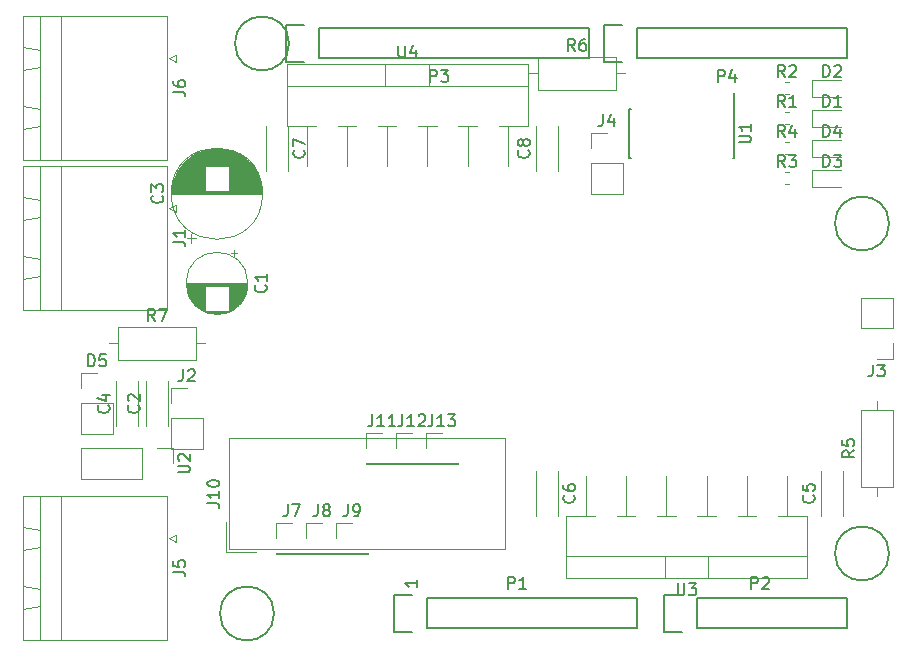
<source format=gbr>
G04 #@! TF.GenerationSoftware,KiCad,Pcbnew,(5.0.0)*
G04 #@! TF.CreationDate,2019-03-29T10:36:41+00:00*
G04 #@! TF.ProjectId,MotorDriverV1_0,4D6F746F7244726976657256315F302E,rev?*
G04 #@! TF.SameCoordinates,Original*
G04 #@! TF.FileFunction,Legend,Top*
G04 #@! TF.FilePolarity,Positive*
%FSLAX46Y46*%
G04 Gerber Fmt 4.6, Leading zero omitted, Abs format (unit mm)*
G04 Created by KiCad (PCBNEW (5.0.0)) date 03/29/19 10:36:41*
%MOMM*%
%LPD*%
G01*
G04 APERTURE LIST*
%ADD10C,0.150000*%
%ADD11C,0.120000*%
G04 APERTURE END LIST*
D10*
X139390380Y-120999285D02*
X139390380Y-121570714D01*
X139390380Y-121285000D02*
X138390380Y-121285000D01*
X138533238Y-121380238D01*
X138628476Y-121475476D01*
X138676095Y-121570714D01*
G04 #@! TO.C,P1*
X140208000Y-125095000D02*
X157988000Y-125095000D01*
X157988000Y-125095000D02*
X157988000Y-122555000D01*
X157988000Y-122555000D02*
X140208000Y-122555000D01*
X137388000Y-125375000D02*
X138938000Y-125375000D01*
X140208000Y-125095000D02*
X140208000Y-122555000D01*
X138938000Y-122275000D02*
X137388000Y-122275000D01*
X137388000Y-122275000D02*
X137388000Y-125375000D01*
G04 #@! TO.C,P2*
X163068000Y-125095000D02*
X175768000Y-125095000D01*
X175768000Y-125095000D02*
X175768000Y-122555000D01*
X175768000Y-122555000D02*
X163068000Y-122555000D01*
X160248000Y-125375000D02*
X161798000Y-125375000D01*
X163068000Y-125095000D02*
X163068000Y-122555000D01*
X161798000Y-122275000D02*
X160248000Y-122275000D01*
X160248000Y-122275000D02*
X160248000Y-125375000D01*
G04 #@! TO.C,P3*
X131064000Y-76835000D02*
X153924000Y-76835000D01*
X153924000Y-76835000D02*
X153924000Y-74295000D01*
X153924000Y-74295000D02*
X131064000Y-74295000D01*
X128244000Y-77115000D02*
X129794000Y-77115000D01*
X131064000Y-76835000D02*
X131064000Y-74295000D01*
X129794000Y-74015000D02*
X128244000Y-74015000D01*
X128244000Y-74015000D02*
X128244000Y-77115000D01*
G04 #@! TO.C,P4*
X157988000Y-76835000D02*
X175768000Y-76835000D01*
X175768000Y-76835000D02*
X175768000Y-74295000D01*
X175768000Y-74295000D02*
X157988000Y-74295000D01*
X155168000Y-77115000D02*
X156718000Y-77115000D01*
X157988000Y-76835000D02*
X157988000Y-74295000D01*
X156718000Y-74015000D02*
X155168000Y-74015000D01*
X155168000Y-74015000D02*
X155168000Y-77115000D01*
G04 #@! TO.C,P5*
X127254000Y-123825000D02*
G75*
G03X127254000Y-123825000I-2286000J0D01*
G01*
G04 #@! TO.C,P6*
X179324000Y-118745000D02*
G75*
G03X179324000Y-118745000I-2286000J0D01*
G01*
G04 #@! TO.C,P7*
X128524000Y-75565000D02*
G75*
G03X128524000Y-75565000I-2286000J0D01*
G01*
G04 #@! TO.C,P8*
X179324000Y-90805000D02*
G75*
G03X179324000Y-90805000I-2286000J0D01*
G01*
D11*
G04 #@! TO.C,J1*
X118188000Y-85925000D02*
X105968000Y-85925000D01*
X105968000Y-85925000D02*
X105968000Y-98145000D01*
X105968000Y-98145000D02*
X118188000Y-98145000D01*
X118188000Y-98145000D02*
X118188000Y-85925000D01*
X107468000Y-85925000D02*
X109268000Y-85925000D01*
X109268000Y-85925000D02*
X109268000Y-98145000D01*
X109268000Y-98145000D02*
X107468000Y-98145000D01*
X107468000Y-98145000D02*
X107468000Y-85925000D01*
X105968000Y-88535000D02*
X105968000Y-90535000D01*
X105968000Y-90535000D02*
X107468000Y-90285000D01*
X107468000Y-90285000D02*
X107468000Y-88785000D01*
X107468000Y-88785000D02*
X105968000Y-88535000D01*
X105968000Y-93535000D02*
X105968000Y-95535000D01*
X105968000Y-95535000D02*
X107468000Y-95285000D01*
X107468000Y-95285000D02*
X107468000Y-93785000D01*
X107468000Y-93785000D02*
X105968000Y-93535000D01*
X118988000Y-89835000D02*
X118388000Y-89535000D01*
X118388000Y-89535000D02*
X118988000Y-89235000D01*
X118988000Y-89235000D02*
X118988000Y-89835000D01*
G04 #@! TO.C,J2*
X118558000Y-104715000D02*
X119888000Y-104715000D01*
X118558000Y-106045000D02*
X118558000Y-104715000D01*
X118558000Y-107315000D02*
X121218000Y-107315000D01*
X121218000Y-107315000D02*
X121218000Y-109915000D01*
X118558000Y-107315000D02*
X118558000Y-109915000D01*
X118558000Y-109915000D02*
X121218000Y-109915000D01*
G04 #@! TO.C,J3*
X179638000Y-102295000D02*
X178308000Y-102295000D01*
X179638000Y-100965000D02*
X179638000Y-102295000D01*
X179638000Y-99695000D02*
X176978000Y-99695000D01*
X176978000Y-99695000D02*
X176978000Y-97095000D01*
X179638000Y-99695000D02*
X179638000Y-97095000D01*
X179638000Y-97095000D02*
X176978000Y-97095000D01*
G04 #@! TO.C,J4*
X154118000Y-88325000D02*
X156778000Y-88325000D01*
X154118000Y-85725000D02*
X154118000Y-88325000D01*
X156778000Y-85725000D02*
X156778000Y-88325000D01*
X154118000Y-85725000D02*
X156778000Y-85725000D01*
X154118000Y-84455000D02*
X154118000Y-83125000D01*
X154118000Y-83125000D02*
X155448000Y-83125000D01*
G04 #@! TO.C,J5*
X118188000Y-113865000D02*
X105968000Y-113865000D01*
X105968000Y-113865000D02*
X105968000Y-126085000D01*
X105968000Y-126085000D02*
X118188000Y-126085000D01*
X118188000Y-126085000D02*
X118188000Y-113865000D01*
X107468000Y-113865000D02*
X109268000Y-113865000D01*
X109268000Y-113865000D02*
X109268000Y-126085000D01*
X109268000Y-126085000D02*
X107468000Y-126085000D01*
X107468000Y-126085000D02*
X107468000Y-113865000D01*
X105968000Y-116475000D02*
X105968000Y-118475000D01*
X105968000Y-118475000D02*
X107468000Y-118225000D01*
X107468000Y-118225000D02*
X107468000Y-116725000D01*
X107468000Y-116725000D02*
X105968000Y-116475000D01*
X105968000Y-121475000D02*
X105968000Y-123475000D01*
X105968000Y-123475000D02*
X107468000Y-123225000D01*
X107468000Y-123225000D02*
X107468000Y-121725000D01*
X107468000Y-121725000D02*
X105968000Y-121475000D01*
X118988000Y-117775000D02*
X118388000Y-117475000D01*
X118388000Y-117475000D02*
X118988000Y-117175000D01*
X118988000Y-117175000D02*
X118988000Y-117775000D01*
G04 #@! TO.C,J6*
X118988000Y-76535000D02*
X118988000Y-77135000D01*
X118388000Y-76835000D02*
X118988000Y-76535000D01*
X118988000Y-77135000D02*
X118388000Y-76835000D01*
X107468000Y-81085000D02*
X105968000Y-80835000D01*
X107468000Y-82585000D02*
X107468000Y-81085000D01*
X105968000Y-82835000D02*
X107468000Y-82585000D01*
X105968000Y-80835000D02*
X105968000Y-82835000D01*
X107468000Y-76085000D02*
X105968000Y-75835000D01*
X107468000Y-77585000D02*
X107468000Y-76085000D01*
X105968000Y-77835000D02*
X107468000Y-77585000D01*
X105968000Y-75835000D02*
X105968000Y-77835000D01*
X107468000Y-85445000D02*
X107468000Y-73225000D01*
X109268000Y-85445000D02*
X107468000Y-85445000D01*
X109268000Y-73225000D02*
X109268000Y-85445000D01*
X107468000Y-73225000D02*
X109268000Y-73225000D01*
X118188000Y-85445000D02*
X118188000Y-73225000D01*
X105968000Y-85445000D02*
X118188000Y-85445000D01*
X105968000Y-73225000D02*
X105968000Y-85445000D01*
X118188000Y-73225000D02*
X105968000Y-73225000D01*
G04 #@! TO.C,U3*
X172408000Y-120825000D02*
X151968000Y-120825000D01*
X172408000Y-115584000D02*
X169912000Y-115584000D01*
X168063000Y-115584000D02*
X166512000Y-115584000D01*
X164663000Y-115584000D02*
X163112000Y-115584000D01*
X161263000Y-115584000D02*
X159712000Y-115584000D01*
X157863000Y-115584000D02*
X156312000Y-115584000D01*
X154463000Y-115584000D02*
X151968000Y-115584000D01*
X172408000Y-120825000D02*
X172408000Y-115584000D01*
X151968000Y-120825000D02*
X151968000Y-115584000D01*
X172408000Y-118985000D02*
X151968000Y-118985000D01*
X164038000Y-120825000D02*
X164038000Y-118985000D01*
X160338000Y-120825000D02*
X160338000Y-118985000D01*
X170688000Y-115584000D02*
X170688000Y-112175000D01*
X167288000Y-115584000D02*
X167288000Y-112190000D01*
X163888000Y-115584000D02*
X163888000Y-112190000D01*
X160488000Y-115584000D02*
X160488000Y-112190000D01*
X157088000Y-115584000D02*
X157088000Y-112190000D01*
X153688000Y-115584000D02*
X153688000Y-112190000D01*
G04 #@! TO.C,U4*
X147048000Y-82536000D02*
X147048000Y-85930000D01*
X143648000Y-82536000D02*
X143648000Y-85930000D01*
X140248000Y-82536000D02*
X140248000Y-85930000D01*
X136848000Y-82536000D02*
X136848000Y-85930000D01*
X133448000Y-82536000D02*
X133448000Y-85930000D01*
X130048000Y-82536000D02*
X130048000Y-85945000D01*
X140398000Y-77295000D02*
X140398000Y-79135000D01*
X136698000Y-77295000D02*
X136698000Y-79135000D01*
X128328000Y-79135000D02*
X148768000Y-79135000D01*
X148768000Y-77295000D02*
X148768000Y-82536000D01*
X128328000Y-77295000D02*
X128328000Y-82536000D01*
X146273000Y-82536000D02*
X148768000Y-82536000D01*
X142873000Y-82536000D02*
X144424000Y-82536000D01*
X139473000Y-82536000D02*
X141024000Y-82536000D01*
X136073000Y-82536000D02*
X137624000Y-82536000D01*
X132673000Y-82536000D02*
X134224000Y-82536000D01*
X128328000Y-82536000D02*
X130824000Y-82536000D01*
X128328000Y-77295000D02*
X148768000Y-77295000D01*
G04 #@! TO.C,C1*
X125048000Y-95865000D02*
G75*
G03X125048000Y-95865000I-2620000J0D01*
G01*
X125008000Y-95865000D02*
X119848000Y-95865000D01*
X125008000Y-95905000D02*
X119848000Y-95905000D01*
X125007000Y-95945000D02*
X119849000Y-95945000D01*
X125006000Y-95985000D02*
X119850000Y-95985000D01*
X125004000Y-96025000D02*
X119852000Y-96025000D01*
X125001000Y-96065000D02*
X119855000Y-96065000D01*
X124997000Y-96105000D02*
X123468000Y-96105000D01*
X121388000Y-96105000D02*
X119859000Y-96105000D01*
X124993000Y-96145000D02*
X123468000Y-96145000D01*
X121388000Y-96145000D02*
X119863000Y-96145000D01*
X124989000Y-96185000D02*
X123468000Y-96185000D01*
X121388000Y-96185000D02*
X119867000Y-96185000D01*
X124984000Y-96225000D02*
X123468000Y-96225000D01*
X121388000Y-96225000D02*
X119872000Y-96225000D01*
X124978000Y-96265000D02*
X123468000Y-96265000D01*
X121388000Y-96265000D02*
X119878000Y-96265000D01*
X124971000Y-96305000D02*
X123468000Y-96305000D01*
X121388000Y-96305000D02*
X119885000Y-96305000D01*
X124964000Y-96345000D02*
X123468000Y-96345000D01*
X121388000Y-96345000D02*
X119892000Y-96345000D01*
X124956000Y-96385000D02*
X123468000Y-96385000D01*
X121388000Y-96385000D02*
X119900000Y-96385000D01*
X124948000Y-96425000D02*
X123468000Y-96425000D01*
X121388000Y-96425000D02*
X119908000Y-96425000D01*
X124939000Y-96465000D02*
X123468000Y-96465000D01*
X121388000Y-96465000D02*
X119917000Y-96465000D01*
X124929000Y-96505000D02*
X123468000Y-96505000D01*
X121388000Y-96505000D02*
X119927000Y-96505000D01*
X124919000Y-96545000D02*
X123468000Y-96545000D01*
X121388000Y-96545000D02*
X119937000Y-96545000D01*
X124908000Y-96586000D02*
X123468000Y-96586000D01*
X121388000Y-96586000D02*
X119948000Y-96586000D01*
X124896000Y-96626000D02*
X123468000Y-96626000D01*
X121388000Y-96626000D02*
X119960000Y-96626000D01*
X124883000Y-96666000D02*
X123468000Y-96666000D01*
X121388000Y-96666000D02*
X119973000Y-96666000D01*
X124870000Y-96706000D02*
X123468000Y-96706000D01*
X121388000Y-96706000D02*
X119986000Y-96706000D01*
X124856000Y-96746000D02*
X123468000Y-96746000D01*
X121388000Y-96746000D02*
X120000000Y-96746000D01*
X124842000Y-96786000D02*
X123468000Y-96786000D01*
X121388000Y-96786000D02*
X120014000Y-96786000D01*
X124826000Y-96826000D02*
X123468000Y-96826000D01*
X121388000Y-96826000D02*
X120030000Y-96826000D01*
X124810000Y-96866000D02*
X123468000Y-96866000D01*
X121388000Y-96866000D02*
X120046000Y-96866000D01*
X124793000Y-96906000D02*
X123468000Y-96906000D01*
X121388000Y-96906000D02*
X120063000Y-96906000D01*
X124776000Y-96946000D02*
X123468000Y-96946000D01*
X121388000Y-96946000D02*
X120080000Y-96946000D01*
X124757000Y-96986000D02*
X123468000Y-96986000D01*
X121388000Y-96986000D02*
X120099000Y-96986000D01*
X124738000Y-97026000D02*
X123468000Y-97026000D01*
X121388000Y-97026000D02*
X120118000Y-97026000D01*
X124718000Y-97066000D02*
X123468000Y-97066000D01*
X121388000Y-97066000D02*
X120138000Y-97066000D01*
X124696000Y-97106000D02*
X123468000Y-97106000D01*
X121388000Y-97106000D02*
X120160000Y-97106000D01*
X124675000Y-97146000D02*
X123468000Y-97146000D01*
X121388000Y-97146000D02*
X120181000Y-97146000D01*
X124652000Y-97186000D02*
X123468000Y-97186000D01*
X121388000Y-97186000D02*
X120204000Y-97186000D01*
X124628000Y-97226000D02*
X123468000Y-97226000D01*
X121388000Y-97226000D02*
X120228000Y-97226000D01*
X124603000Y-97266000D02*
X123468000Y-97266000D01*
X121388000Y-97266000D02*
X120253000Y-97266000D01*
X124577000Y-97306000D02*
X123468000Y-97306000D01*
X121388000Y-97306000D02*
X120279000Y-97306000D01*
X124550000Y-97346000D02*
X123468000Y-97346000D01*
X121388000Y-97346000D02*
X120306000Y-97346000D01*
X124523000Y-97386000D02*
X123468000Y-97386000D01*
X121388000Y-97386000D02*
X120333000Y-97386000D01*
X124493000Y-97426000D02*
X123468000Y-97426000D01*
X121388000Y-97426000D02*
X120363000Y-97426000D01*
X124463000Y-97466000D02*
X123468000Y-97466000D01*
X121388000Y-97466000D02*
X120393000Y-97466000D01*
X124432000Y-97506000D02*
X123468000Y-97506000D01*
X121388000Y-97506000D02*
X120424000Y-97506000D01*
X124399000Y-97546000D02*
X123468000Y-97546000D01*
X121388000Y-97546000D02*
X120457000Y-97546000D01*
X124365000Y-97586000D02*
X123468000Y-97586000D01*
X121388000Y-97586000D02*
X120491000Y-97586000D01*
X124329000Y-97626000D02*
X123468000Y-97626000D01*
X121388000Y-97626000D02*
X120527000Y-97626000D01*
X124292000Y-97666000D02*
X123468000Y-97666000D01*
X121388000Y-97666000D02*
X120564000Y-97666000D01*
X124254000Y-97706000D02*
X123468000Y-97706000D01*
X121388000Y-97706000D02*
X120602000Y-97706000D01*
X124213000Y-97746000D02*
X123468000Y-97746000D01*
X121388000Y-97746000D02*
X120643000Y-97746000D01*
X124171000Y-97786000D02*
X123468000Y-97786000D01*
X121388000Y-97786000D02*
X120685000Y-97786000D01*
X124127000Y-97826000D02*
X123468000Y-97826000D01*
X121388000Y-97826000D02*
X120729000Y-97826000D01*
X124081000Y-97866000D02*
X123468000Y-97866000D01*
X121388000Y-97866000D02*
X120775000Y-97866000D01*
X124033000Y-97906000D02*
X123468000Y-97906000D01*
X121388000Y-97906000D02*
X120823000Y-97906000D01*
X123982000Y-97946000D02*
X123468000Y-97946000D01*
X121388000Y-97946000D02*
X120874000Y-97946000D01*
X123928000Y-97986000D02*
X123468000Y-97986000D01*
X121388000Y-97986000D02*
X120928000Y-97986000D01*
X123871000Y-98026000D02*
X123468000Y-98026000D01*
X121388000Y-98026000D02*
X120985000Y-98026000D01*
X123811000Y-98066000D02*
X123468000Y-98066000D01*
X121388000Y-98066000D02*
X121045000Y-98066000D01*
X123747000Y-98106000D02*
X123468000Y-98106000D01*
X121388000Y-98106000D02*
X121109000Y-98106000D01*
X123679000Y-98146000D02*
X123468000Y-98146000D01*
X121388000Y-98146000D02*
X121177000Y-98146000D01*
X123606000Y-98186000D02*
X121250000Y-98186000D01*
X123526000Y-98226000D02*
X121330000Y-98226000D01*
X123439000Y-98266000D02*
X121417000Y-98266000D01*
X123343000Y-98306000D02*
X121513000Y-98306000D01*
X123233000Y-98346000D02*
X121623000Y-98346000D01*
X123105000Y-98386000D02*
X121751000Y-98386000D01*
X122946000Y-98426000D02*
X121910000Y-98426000D01*
X122712000Y-98466000D02*
X122144000Y-98466000D01*
X123903000Y-93060225D02*
X123903000Y-93560225D01*
X124153000Y-93310225D02*
X123653000Y-93310225D01*
G04 #@! TO.C,C2*
X116428000Y-107965000D02*
X116428000Y-104125000D01*
X118268000Y-107965000D02*
X118268000Y-104125000D01*
G04 #@! TO.C,C3*
X126298000Y-88285000D02*
G75*
G03X126298000Y-88285000I-3870000J0D01*
G01*
X118598000Y-88285000D02*
X126258000Y-88285000D01*
X118598000Y-88245000D02*
X126258000Y-88245000D01*
X118598000Y-88205000D02*
X126258000Y-88205000D01*
X118599000Y-88165000D02*
X126257000Y-88165000D01*
X118601000Y-88125000D02*
X126255000Y-88125000D01*
X118603000Y-88085000D02*
X126253000Y-88085000D01*
X118605000Y-88045000D02*
X121388000Y-88045000D01*
X123468000Y-88045000D02*
X126251000Y-88045000D01*
X118608000Y-88005000D02*
X121388000Y-88005000D01*
X123468000Y-88005000D02*
X126248000Y-88005000D01*
X118611000Y-87965000D02*
X121388000Y-87965000D01*
X123468000Y-87965000D02*
X126245000Y-87965000D01*
X118614000Y-87925000D02*
X121388000Y-87925000D01*
X123468000Y-87925000D02*
X126242000Y-87925000D01*
X118618000Y-87885000D02*
X121388000Y-87885000D01*
X123468000Y-87885000D02*
X126238000Y-87885000D01*
X118623000Y-87845000D02*
X121388000Y-87845000D01*
X123468000Y-87845000D02*
X126233000Y-87845000D01*
X118627000Y-87805000D02*
X121388000Y-87805000D01*
X123468000Y-87805000D02*
X126229000Y-87805000D01*
X118633000Y-87765000D02*
X121388000Y-87765000D01*
X123468000Y-87765000D02*
X126223000Y-87765000D01*
X118638000Y-87725000D02*
X121388000Y-87725000D01*
X123468000Y-87725000D02*
X126218000Y-87725000D01*
X118644000Y-87685000D02*
X121388000Y-87685000D01*
X123468000Y-87685000D02*
X126212000Y-87685000D01*
X118651000Y-87645000D02*
X121388000Y-87645000D01*
X123468000Y-87645000D02*
X126205000Y-87645000D01*
X118658000Y-87605000D02*
X121388000Y-87605000D01*
X123468000Y-87605000D02*
X126198000Y-87605000D01*
X118665000Y-87564000D02*
X121388000Y-87564000D01*
X123468000Y-87564000D02*
X126191000Y-87564000D01*
X118673000Y-87524000D02*
X121388000Y-87524000D01*
X123468000Y-87524000D02*
X126183000Y-87524000D01*
X118681000Y-87484000D02*
X121388000Y-87484000D01*
X123468000Y-87484000D02*
X126175000Y-87484000D01*
X118690000Y-87444000D02*
X121388000Y-87444000D01*
X123468000Y-87444000D02*
X126166000Y-87444000D01*
X118699000Y-87404000D02*
X121388000Y-87404000D01*
X123468000Y-87404000D02*
X126157000Y-87404000D01*
X118708000Y-87364000D02*
X121388000Y-87364000D01*
X123468000Y-87364000D02*
X126148000Y-87364000D01*
X118718000Y-87324000D02*
X121388000Y-87324000D01*
X123468000Y-87324000D02*
X126138000Y-87324000D01*
X118729000Y-87284000D02*
X121388000Y-87284000D01*
X123468000Y-87284000D02*
X126127000Y-87284000D01*
X118740000Y-87244000D02*
X121388000Y-87244000D01*
X123468000Y-87244000D02*
X126116000Y-87244000D01*
X118751000Y-87204000D02*
X121388000Y-87204000D01*
X123468000Y-87204000D02*
X126105000Y-87204000D01*
X118763000Y-87164000D02*
X121388000Y-87164000D01*
X123468000Y-87164000D02*
X126093000Y-87164000D01*
X118775000Y-87124000D02*
X121388000Y-87124000D01*
X123468000Y-87124000D02*
X126081000Y-87124000D01*
X118788000Y-87084000D02*
X121388000Y-87084000D01*
X123468000Y-87084000D02*
X126068000Y-87084000D01*
X118802000Y-87044000D02*
X121388000Y-87044000D01*
X123468000Y-87044000D02*
X126054000Y-87044000D01*
X118815000Y-87004000D02*
X121388000Y-87004000D01*
X123468000Y-87004000D02*
X126041000Y-87004000D01*
X118830000Y-86964000D02*
X121388000Y-86964000D01*
X123468000Y-86964000D02*
X126026000Y-86964000D01*
X118844000Y-86924000D02*
X121388000Y-86924000D01*
X123468000Y-86924000D02*
X126012000Y-86924000D01*
X118860000Y-86884000D02*
X121388000Y-86884000D01*
X123468000Y-86884000D02*
X125996000Y-86884000D01*
X118875000Y-86844000D02*
X121388000Y-86844000D01*
X123468000Y-86844000D02*
X125981000Y-86844000D01*
X118892000Y-86804000D02*
X121388000Y-86804000D01*
X123468000Y-86804000D02*
X125964000Y-86804000D01*
X118908000Y-86764000D02*
X121388000Y-86764000D01*
X123468000Y-86764000D02*
X125948000Y-86764000D01*
X118926000Y-86724000D02*
X121388000Y-86724000D01*
X123468000Y-86724000D02*
X125930000Y-86724000D01*
X118944000Y-86684000D02*
X121388000Y-86684000D01*
X123468000Y-86684000D02*
X125912000Y-86684000D01*
X118962000Y-86644000D02*
X121388000Y-86644000D01*
X123468000Y-86644000D02*
X125894000Y-86644000D01*
X118981000Y-86604000D02*
X121388000Y-86604000D01*
X123468000Y-86604000D02*
X125875000Y-86604000D01*
X119001000Y-86564000D02*
X121388000Y-86564000D01*
X123468000Y-86564000D02*
X125855000Y-86564000D01*
X119021000Y-86524000D02*
X121388000Y-86524000D01*
X123468000Y-86524000D02*
X125835000Y-86524000D01*
X119042000Y-86484000D02*
X121388000Y-86484000D01*
X123468000Y-86484000D02*
X125814000Y-86484000D01*
X119063000Y-86444000D02*
X121388000Y-86444000D01*
X123468000Y-86444000D02*
X125793000Y-86444000D01*
X119085000Y-86404000D02*
X121388000Y-86404000D01*
X123468000Y-86404000D02*
X125771000Y-86404000D01*
X119107000Y-86364000D02*
X121388000Y-86364000D01*
X123468000Y-86364000D02*
X125749000Y-86364000D01*
X119131000Y-86324000D02*
X121388000Y-86324000D01*
X123468000Y-86324000D02*
X125725000Y-86324000D01*
X119154000Y-86284000D02*
X121388000Y-86284000D01*
X123468000Y-86284000D02*
X125702000Y-86284000D01*
X119179000Y-86244000D02*
X121388000Y-86244000D01*
X123468000Y-86244000D02*
X125677000Y-86244000D01*
X119204000Y-86204000D02*
X121388000Y-86204000D01*
X123468000Y-86204000D02*
X125652000Y-86204000D01*
X119230000Y-86164000D02*
X121388000Y-86164000D01*
X123468000Y-86164000D02*
X125626000Y-86164000D01*
X119256000Y-86124000D02*
X121388000Y-86124000D01*
X123468000Y-86124000D02*
X125600000Y-86124000D01*
X119284000Y-86084000D02*
X121388000Y-86084000D01*
X123468000Y-86084000D02*
X125572000Y-86084000D01*
X119312000Y-86044000D02*
X121388000Y-86044000D01*
X123468000Y-86044000D02*
X125544000Y-86044000D01*
X119340000Y-86004000D02*
X121388000Y-86004000D01*
X123468000Y-86004000D02*
X125516000Y-86004000D01*
X119370000Y-85964000D02*
X125486000Y-85964000D01*
X119400000Y-85924000D02*
X125456000Y-85924000D01*
X119432000Y-85884000D02*
X125424000Y-85884000D01*
X119464000Y-85844000D02*
X125392000Y-85844000D01*
X119497000Y-85804000D02*
X125359000Y-85804000D01*
X119530000Y-85764000D02*
X125326000Y-85764000D01*
X119565000Y-85724000D02*
X125291000Y-85724000D01*
X119601000Y-85684000D02*
X125255000Y-85684000D01*
X119638000Y-85644000D02*
X125218000Y-85644000D01*
X119676000Y-85604000D02*
X125180000Y-85604000D01*
X119715000Y-85564000D02*
X125141000Y-85564000D01*
X119755000Y-85524000D02*
X125101000Y-85524000D01*
X119796000Y-85484000D02*
X125060000Y-85484000D01*
X119839000Y-85444000D02*
X125017000Y-85444000D01*
X119882000Y-85404000D02*
X124974000Y-85404000D01*
X119928000Y-85364000D02*
X124928000Y-85364000D01*
X119974000Y-85324000D02*
X124882000Y-85324000D01*
X120023000Y-85284000D02*
X124833000Y-85284000D01*
X120073000Y-85244000D02*
X124783000Y-85244000D01*
X120124000Y-85204000D02*
X124732000Y-85204000D01*
X120178000Y-85164000D02*
X124678000Y-85164000D01*
X120233000Y-85124000D02*
X124623000Y-85124000D01*
X120291000Y-85084000D02*
X124565000Y-85084000D01*
X120351000Y-85044000D02*
X124505000Y-85044000D01*
X120414000Y-85004000D02*
X124442000Y-85004000D01*
X120479000Y-84964000D02*
X124377000Y-84964000D01*
X120547000Y-84924000D02*
X124309000Y-84924000D01*
X120619000Y-84884000D02*
X124237000Y-84884000D01*
X120695000Y-84844000D02*
X124161000Y-84844000D01*
X120774000Y-84804000D02*
X124082000Y-84804000D01*
X120859000Y-84764000D02*
X123997000Y-84764000D01*
X120950000Y-84724000D02*
X123906000Y-84724000D01*
X121047000Y-84684000D02*
X123809000Y-84684000D01*
X121153000Y-84644000D02*
X123703000Y-84644000D01*
X121270000Y-84604000D02*
X123586000Y-84604000D01*
X121400000Y-84564000D02*
X123456000Y-84564000D01*
X121551000Y-84524000D02*
X123305000Y-84524000D01*
X121735000Y-84484000D02*
X123121000Y-84484000D01*
X121987000Y-84444000D02*
X122869000Y-84444000D01*
X120253000Y-92427211D02*
X120253000Y-91677211D01*
X119878000Y-92052211D02*
X120628000Y-92052211D01*
G04 #@! TO.C,C4*
X115728000Y-107965000D02*
X115728000Y-104125000D01*
X113888000Y-107965000D02*
X113888000Y-104125000D01*
G04 #@! TO.C,C5*
X175418000Y-115585000D02*
X175418000Y-111745000D01*
X173578000Y-115585000D02*
X173578000Y-111745000D01*
G04 #@! TO.C,C6*
X151288000Y-111745000D02*
X151288000Y-115585000D01*
X149448000Y-111745000D02*
X149448000Y-115585000D01*
G04 #@! TO.C,C7*
X126588000Y-82535000D02*
X126588000Y-86375000D01*
X128428000Y-82535000D02*
X128428000Y-86375000D01*
G04 #@! TO.C,C8*
X149448000Y-86375000D02*
X149448000Y-82535000D01*
X151288000Y-86375000D02*
X151288000Y-82535000D01*
G04 #@! TO.C,D1*
X172838000Y-82650000D02*
X175298000Y-82650000D01*
X172838000Y-81180000D02*
X172838000Y-82650000D01*
X175298000Y-81180000D02*
X172838000Y-81180000D01*
G04 #@! TO.C,D2*
X175298000Y-78640000D02*
X172838000Y-78640000D01*
X172838000Y-78640000D02*
X172838000Y-80110000D01*
X172838000Y-80110000D02*
X175298000Y-80110000D01*
G04 #@! TO.C,D3*
X172838000Y-87730000D02*
X175298000Y-87730000D01*
X172838000Y-86260000D02*
X172838000Y-87730000D01*
X175298000Y-86260000D02*
X172838000Y-86260000D01*
G04 #@! TO.C,D4*
X175298000Y-83720000D02*
X172838000Y-83720000D01*
X172838000Y-83720000D02*
X172838000Y-85190000D01*
X172838000Y-85190000D02*
X175298000Y-85190000D01*
G04 #@! TO.C,D5*
X110938000Y-108645000D02*
X113598000Y-108645000D01*
X110938000Y-106045000D02*
X110938000Y-108645000D01*
X113598000Y-106045000D02*
X113598000Y-108645000D01*
X110938000Y-106045000D02*
X113598000Y-106045000D01*
X110938000Y-104775000D02*
X110938000Y-103445000D01*
X110938000Y-103445000D02*
X112268000Y-103445000D01*
G04 #@! TO.C,R1*
X170516733Y-81405000D02*
X170859267Y-81405000D01*
X170516733Y-82425000D02*
X170859267Y-82425000D01*
G04 #@! TO.C,R2*
X170516733Y-79885000D02*
X170859267Y-79885000D01*
X170516733Y-78865000D02*
X170859267Y-78865000D01*
G04 #@! TO.C,R3*
X170516733Y-87505000D02*
X170859267Y-87505000D01*
X170516733Y-86485000D02*
X170859267Y-86485000D01*
G04 #@! TO.C,R4*
X170516733Y-83945000D02*
X170859267Y-83945000D01*
X170516733Y-84965000D02*
X170859267Y-84965000D01*
G04 #@! TO.C,R5*
X176938000Y-113125000D02*
X179678000Y-113125000D01*
X179678000Y-113125000D02*
X179678000Y-106585000D01*
X179678000Y-106585000D02*
X176938000Y-106585000D01*
X176938000Y-106585000D02*
X176938000Y-113125000D01*
X178308000Y-113895000D02*
X178308000Y-113125000D01*
X178308000Y-105815000D02*
X178308000Y-106585000D01*
G04 #@! TO.C,R6*
X156948000Y-78105000D02*
X156178000Y-78105000D01*
X148868000Y-78105000D02*
X149638000Y-78105000D01*
X156178000Y-76735000D02*
X149638000Y-76735000D01*
X156178000Y-79475000D02*
X156178000Y-76735000D01*
X149638000Y-79475000D02*
X156178000Y-79475000D01*
X149638000Y-76735000D02*
X149638000Y-79475000D01*
G04 #@! TO.C,R7*
X114078000Y-99595000D02*
X114078000Y-102335000D01*
X114078000Y-102335000D02*
X120618000Y-102335000D01*
X120618000Y-102335000D02*
X120618000Y-99595000D01*
X120618000Y-99595000D02*
X114078000Y-99595000D01*
X113308000Y-100965000D02*
X114078000Y-100965000D01*
X121388000Y-100965000D02*
X120618000Y-100965000D01*
D10*
G04 #@! TO.C,U1*
X166248000Y-81110000D02*
X166223000Y-81110000D01*
X166248000Y-85260000D02*
X166133000Y-85260000D01*
X157348000Y-85260000D02*
X157463000Y-85260000D01*
X157348000Y-81110000D02*
X157463000Y-81110000D01*
X166248000Y-81110000D02*
X166248000Y-85260000D01*
X157348000Y-81110000D02*
X157348000Y-85260000D01*
X166223000Y-81110000D02*
X166223000Y-79735000D01*
D11*
G04 #@! TO.C,U2*
X110938000Y-109795000D02*
X110938000Y-112455000D01*
X116078000Y-109795000D02*
X110938000Y-109795000D01*
X116078000Y-112455000D02*
X110938000Y-112455000D01*
X116078000Y-109795000D02*
X116078000Y-112455000D01*
X117348000Y-109795000D02*
X118678000Y-109795000D01*
X118678000Y-109795000D02*
X118678000Y-111125000D01*
G04 #@! TO.C,J13*
X140148000Y-111185000D02*
X142808000Y-111185000D01*
X140148000Y-111125000D02*
X140148000Y-111185000D01*
X142808000Y-111125000D02*
X142808000Y-111185000D01*
X140148000Y-111125000D02*
X142808000Y-111125000D01*
X140148000Y-109855000D02*
X140148000Y-108525000D01*
X140148000Y-108525000D02*
X141478000Y-108525000D01*
G04 #@! TO.C,J7*
X127448000Y-118805000D02*
X130108000Y-118805000D01*
X127448000Y-118745000D02*
X127448000Y-118805000D01*
X130108000Y-118745000D02*
X130108000Y-118805000D01*
X127448000Y-118745000D02*
X130108000Y-118745000D01*
X127448000Y-117475000D02*
X127448000Y-116145000D01*
X127448000Y-116145000D02*
X128778000Y-116145000D01*
G04 #@! TO.C,J8*
X129988000Y-116145000D02*
X131318000Y-116145000D01*
X129988000Y-117475000D02*
X129988000Y-116145000D01*
X129988000Y-118745000D02*
X132648000Y-118745000D01*
X132648000Y-118745000D02*
X132648000Y-118805000D01*
X129988000Y-118745000D02*
X129988000Y-118805000D01*
X129988000Y-118805000D02*
X132648000Y-118805000D01*
G04 #@! TO.C,J9*
X132528000Y-118805000D02*
X135188000Y-118805000D01*
X132528000Y-118745000D02*
X132528000Y-118805000D01*
X135188000Y-118745000D02*
X135188000Y-118805000D01*
X132528000Y-118745000D02*
X135188000Y-118745000D01*
X132528000Y-117475000D02*
X132528000Y-116145000D01*
X132528000Y-116145000D02*
X133858000Y-116145000D01*
G04 #@! TO.C,J11*
X135068000Y-111185000D02*
X137728000Y-111185000D01*
X135068000Y-111125000D02*
X135068000Y-111185000D01*
X137728000Y-111125000D02*
X137728000Y-111185000D01*
X135068000Y-111125000D02*
X137728000Y-111125000D01*
X135068000Y-109855000D02*
X135068000Y-108525000D01*
X135068000Y-108525000D02*
X136398000Y-108525000D01*
G04 #@! TO.C,J12*
X137608000Y-108525000D02*
X138938000Y-108525000D01*
X137608000Y-109855000D02*
X137608000Y-108525000D01*
X137608000Y-111125000D02*
X140268000Y-111125000D01*
X140268000Y-111125000D02*
X140268000Y-111185000D01*
X137608000Y-111125000D02*
X137608000Y-111185000D01*
X137608000Y-111185000D02*
X140268000Y-111185000D01*
G04 #@! TO.C,J10*
X123428000Y-108990000D02*
X146828000Y-108990000D01*
X146828000Y-108990000D02*
X146828000Y-118340000D01*
X146828000Y-118340000D02*
X123428000Y-118340000D01*
X123428000Y-118340000D02*
X123428000Y-108990000D01*
X123178000Y-118590000D02*
X125718000Y-118590000D01*
X123178000Y-118590000D02*
X123178000Y-116050000D01*
G04 #@! TO.C,P1*
D10*
X147089904Y-121737380D02*
X147089904Y-120737380D01*
X147470857Y-120737380D01*
X147566095Y-120785000D01*
X147613714Y-120832619D01*
X147661333Y-120927857D01*
X147661333Y-121070714D01*
X147613714Y-121165952D01*
X147566095Y-121213571D01*
X147470857Y-121261190D01*
X147089904Y-121261190D01*
X148613714Y-121737380D02*
X148042285Y-121737380D01*
X148328000Y-121737380D02*
X148328000Y-120737380D01*
X148232761Y-120880238D01*
X148137523Y-120975476D01*
X148042285Y-121023095D01*
G04 #@! TO.C,P2*
X167663904Y-121737380D02*
X167663904Y-120737380D01*
X168044857Y-120737380D01*
X168140095Y-120785000D01*
X168187714Y-120832619D01*
X168235333Y-120927857D01*
X168235333Y-121070714D01*
X168187714Y-121165952D01*
X168140095Y-121213571D01*
X168044857Y-121261190D01*
X167663904Y-121261190D01*
X168616285Y-120832619D02*
X168663904Y-120785000D01*
X168759142Y-120737380D01*
X168997238Y-120737380D01*
X169092476Y-120785000D01*
X169140095Y-120832619D01*
X169187714Y-120927857D01*
X169187714Y-121023095D01*
X169140095Y-121165952D01*
X168568666Y-121737380D01*
X169187714Y-121737380D01*
G04 #@! TO.C,P3*
X140485904Y-78811380D02*
X140485904Y-77811380D01*
X140866857Y-77811380D01*
X140962095Y-77859000D01*
X141009714Y-77906619D01*
X141057333Y-78001857D01*
X141057333Y-78144714D01*
X141009714Y-78239952D01*
X140962095Y-78287571D01*
X140866857Y-78335190D01*
X140485904Y-78335190D01*
X141390666Y-77811380D02*
X142009714Y-77811380D01*
X141676380Y-78192333D01*
X141819238Y-78192333D01*
X141914476Y-78239952D01*
X141962095Y-78287571D01*
X142009714Y-78382809D01*
X142009714Y-78620904D01*
X141962095Y-78716142D01*
X141914476Y-78763761D01*
X141819238Y-78811380D01*
X141533523Y-78811380D01*
X141438285Y-78763761D01*
X141390666Y-78716142D01*
G04 #@! TO.C,P4*
X164869904Y-78811380D02*
X164869904Y-77811380D01*
X165250857Y-77811380D01*
X165346095Y-77859000D01*
X165393714Y-77906619D01*
X165441333Y-78001857D01*
X165441333Y-78144714D01*
X165393714Y-78239952D01*
X165346095Y-78287571D01*
X165250857Y-78335190D01*
X164869904Y-78335190D01*
X166298476Y-78144714D02*
X166298476Y-78811380D01*
X166060380Y-77763761D02*
X165822285Y-78478047D01*
X166441333Y-78478047D01*
G04 #@! TO.C,J1*
X118730380Y-92368333D02*
X119444666Y-92368333D01*
X119587523Y-92415952D01*
X119682761Y-92511190D01*
X119730380Y-92654047D01*
X119730380Y-92749285D01*
X119730380Y-91368333D02*
X119730380Y-91939761D01*
X119730380Y-91654047D02*
X118730380Y-91654047D01*
X118873238Y-91749285D01*
X118968476Y-91844523D01*
X119016095Y-91939761D01*
G04 #@! TO.C,J2*
X119554666Y-103167380D02*
X119554666Y-103881666D01*
X119507047Y-104024523D01*
X119411809Y-104119761D01*
X119268952Y-104167380D01*
X119173714Y-104167380D01*
X119983238Y-103262619D02*
X120030857Y-103215000D01*
X120126095Y-103167380D01*
X120364190Y-103167380D01*
X120459428Y-103215000D01*
X120507047Y-103262619D01*
X120554666Y-103357857D01*
X120554666Y-103453095D01*
X120507047Y-103595952D01*
X119935619Y-104167380D01*
X120554666Y-104167380D01*
G04 #@! TO.C,J3*
X177974666Y-102747380D02*
X177974666Y-103461666D01*
X177927047Y-103604523D01*
X177831809Y-103699761D01*
X177688952Y-103747380D01*
X177593714Y-103747380D01*
X178355619Y-102747380D02*
X178974666Y-102747380D01*
X178641333Y-103128333D01*
X178784190Y-103128333D01*
X178879428Y-103175952D01*
X178927047Y-103223571D01*
X178974666Y-103318809D01*
X178974666Y-103556904D01*
X178927047Y-103652142D01*
X178879428Y-103699761D01*
X178784190Y-103747380D01*
X178498476Y-103747380D01*
X178403238Y-103699761D01*
X178355619Y-103652142D01*
G04 #@! TO.C,J4*
X155114666Y-81577380D02*
X155114666Y-82291666D01*
X155067047Y-82434523D01*
X154971809Y-82529761D01*
X154828952Y-82577380D01*
X154733714Y-82577380D01*
X156019428Y-81910714D02*
X156019428Y-82577380D01*
X155781333Y-81529761D02*
X155543238Y-82244047D01*
X156162285Y-82244047D01*
G04 #@! TO.C,J5*
X118730380Y-120308333D02*
X119444666Y-120308333D01*
X119587523Y-120355952D01*
X119682761Y-120451190D01*
X119730380Y-120594047D01*
X119730380Y-120689285D01*
X118730380Y-119355952D02*
X118730380Y-119832142D01*
X119206571Y-119879761D01*
X119158952Y-119832142D01*
X119111333Y-119736904D01*
X119111333Y-119498809D01*
X119158952Y-119403571D01*
X119206571Y-119355952D01*
X119301809Y-119308333D01*
X119539904Y-119308333D01*
X119635142Y-119355952D01*
X119682761Y-119403571D01*
X119730380Y-119498809D01*
X119730380Y-119736904D01*
X119682761Y-119832142D01*
X119635142Y-119879761D01*
G04 #@! TO.C,J6*
X118730380Y-79668333D02*
X119444666Y-79668333D01*
X119587523Y-79715952D01*
X119682761Y-79811190D01*
X119730380Y-79954047D01*
X119730380Y-80049285D01*
X118730380Y-78763571D02*
X118730380Y-78954047D01*
X118778000Y-79049285D01*
X118825619Y-79096904D01*
X118968476Y-79192142D01*
X119158952Y-79239761D01*
X119539904Y-79239761D01*
X119635142Y-79192142D01*
X119682761Y-79144523D01*
X119730380Y-79049285D01*
X119730380Y-78858809D01*
X119682761Y-78763571D01*
X119635142Y-78715952D01*
X119539904Y-78668333D01*
X119301809Y-78668333D01*
X119206571Y-78715952D01*
X119158952Y-78763571D01*
X119111333Y-78858809D01*
X119111333Y-79049285D01*
X119158952Y-79144523D01*
X119206571Y-79192142D01*
X119301809Y-79239761D01*
G04 #@! TO.C,U3*
X161426095Y-121277380D02*
X161426095Y-122086904D01*
X161473714Y-122182142D01*
X161521333Y-122229761D01*
X161616571Y-122277380D01*
X161807047Y-122277380D01*
X161902285Y-122229761D01*
X161949904Y-122182142D01*
X161997523Y-122086904D01*
X161997523Y-121277380D01*
X162378476Y-121277380D02*
X162997523Y-121277380D01*
X162664190Y-121658333D01*
X162807047Y-121658333D01*
X162902285Y-121705952D01*
X162949904Y-121753571D01*
X162997523Y-121848809D01*
X162997523Y-122086904D01*
X162949904Y-122182142D01*
X162902285Y-122229761D01*
X162807047Y-122277380D01*
X162521333Y-122277380D01*
X162426095Y-122229761D01*
X162378476Y-122182142D01*
G04 #@! TO.C,U4*
X137786095Y-75747380D02*
X137786095Y-76556904D01*
X137833714Y-76652142D01*
X137881333Y-76699761D01*
X137976571Y-76747380D01*
X138167047Y-76747380D01*
X138262285Y-76699761D01*
X138309904Y-76652142D01*
X138357523Y-76556904D01*
X138357523Y-75747380D01*
X139262285Y-76080714D02*
X139262285Y-76747380D01*
X139024190Y-75699761D02*
X138786095Y-76414047D01*
X139405142Y-76414047D01*
G04 #@! TO.C,C1*
X126535142Y-96031666D02*
X126582761Y-96079285D01*
X126630380Y-96222142D01*
X126630380Y-96317380D01*
X126582761Y-96460238D01*
X126487523Y-96555476D01*
X126392285Y-96603095D01*
X126201809Y-96650714D01*
X126058952Y-96650714D01*
X125868476Y-96603095D01*
X125773238Y-96555476D01*
X125678000Y-96460238D01*
X125630380Y-96317380D01*
X125630380Y-96222142D01*
X125678000Y-96079285D01*
X125725619Y-96031666D01*
X126630380Y-95079285D02*
X126630380Y-95650714D01*
X126630380Y-95365000D02*
X125630380Y-95365000D01*
X125773238Y-95460238D01*
X125868476Y-95555476D01*
X125916095Y-95650714D01*
G04 #@! TO.C,C2*
X115785142Y-106211666D02*
X115832761Y-106259285D01*
X115880380Y-106402142D01*
X115880380Y-106497380D01*
X115832761Y-106640238D01*
X115737523Y-106735476D01*
X115642285Y-106783095D01*
X115451809Y-106830714D01*
X115308952Y-106830714D01*
X115118476Y-106783095D01*
X115023238Y-106735476D01*
X114928000Y-106640238D01*
X114880380Y-106497380D01*
X114880380Y-106402142D01*
X114928000Y-106259285D01*
X114975619Y-106211666D01*
X114975619Y-105830714D02*
X114928000Y-105783095D01*
X114880380Y-105687857D01*
X114880380Y-105449761D01*
X114928000Y-105354523D01*
X114975619Y-105306904D01*
X115070857Y-105259285D01*
X115166095Y-105259285D01*
X115308952Y-105306904D01*
X115880380Y-105878333D01*
X115880380Y-105259285D01*
G04 #@! TO.C,C3*
X117785142Y-88451666D02*
X117832761Y-88499285D01*
X117880380Y-88642142D01*
X117880380Y-88737380D01*
X117832761Y-88880238D01*
X117737523Y-88975476D01*
X117642285Y-89023095D01*
X117451809Y-89070714D01*
X117308952Y-89070714D01*
X117118476Y-89023095D01*
X117023238Y-88975476D01*
X116928000Y-88880238D01*
X116880380Y-88737380D01*
X116880380Y-88642142D01*
X116928000Y-88499285D01*
X116975619Y-88451666D01*
X116880380Y-88118333D02*
X116880380Y-87499285D01*
X117261333Y-87832619D01*
X117261333Y-87689761D01*
X117308952Y-87594523D01*
X117356571Y-87546904D01*
X117451809Y-87499285D01*
X117689904Y-87499285D01*
X117785142Y-87546904D01*
X117832761Y-87594523D01*
X117880380Y-87689761D01*
X117880380Y-87975476D01*
X117832761Y-88070714D01*
X117785142Y-88118333D01*
G04 #@! TO.C,C4*
X113245142Y-106211666D02*
X113292761Y-106259285D01*
X113340380Y-106402142D01*
X113340380Y-106497380D01*
X113292761Y-106640238D01*
X113197523Y-106735476D01*
X113102285Y-106783095D01*
X112911809Y-106830714D01*
X112768952Y-106830714D01*
X112578476Y-106783095D01*
X112483238Y-106735476D01*
X112388000Y-106640238D01*
X112340380Y-106497380D01*
X112340380Y-106402142D01*
X112388000Y-106259285D01*
X112435619Y-106211666D01*
X112673714Y-105354523D02*
X113340380Y-105354523D01*
X112292761Y-105592619D02*
X113007047Y-105830714D01*
X113007047Y-105211666D01*
G04 #@! TO.C,C5*
X172935142Y-113831666D02*
X172982761Y-113879285D01*
X173030380Y-114022142D01*
X173030380Y-114117380D01*
X172982761Y-114260238D01*
X172887523Y-114355476D01*
X172792285Y-114403095D01*
X172601809Y-114450714D01*
X172458952Y-114450714D01*
X172268476Y-114403095D01*
X172173238Y-114355476D01*
X172078000Y-114260238D01*
X172030380Y-114117380D01*
X172030380Y-114022142D01*
X172078000Y-113879285D01*
X172125619Y-113831666D01*
X172030380Y-112926904D02*
X172030380Y-113403095D01*
X172506571Y-113450714D01*
X172458952Y-113403095D01*
X172411333Y-113307857D01*
X172411333Y-113069761D01*
X172458952Y-112974523D01*
X172506571Y-112926904D01*
X172601809Y-112879285D01*
X172839904Y-112879285D01*
X172935142Y-112926904D01*
X172982761Y-112974523D01*
X173030380Y-113069761D01*
X173030380Y-113307857D01*
X172982761Y-113403095D01*
X172935142Y-113450714D01*
G04 #@! TO.C,C6*
X152645142Y-113831666D02*
X152692761Y-113879285D01*
X152740380Y-114022142D01*
X152740380Y-114117380D01*
X152692761Y-114260238D01*
X152597523Y-114355476D01*
X152502285Y-114403095D01*
X152311809Y-114450714D01*
X152168952Y-114450714D01*
X151978476Y-114403095D01*
X151883238Y-114355476D01*
X151788000Y-114260238D01*
X151740380Y-114117380D01*
X151740380Y-114022142D01*
X151788000Y-113879285D01*
X151835619Y-113831666D01*
X151740380Y-112974523D02*
X151740380Y-113165000D01*
X151788000Y-113260238D01*
X151835619Y-113307857D01*
X151978476Y-113403095D01*
X152168952Y-113450714D01*
X152549904Y-113450714D01*
X152645142Y-113403095D01*
X152692761Y-113355476D01*
X152740380Y-113260238D01*
X152740380Y-113069761D01*
X152692761Y-112974523D01*
X152645142Y-112926904D01*
X152549904Y-112879285D01*
X152311809Y-112879285D01*
X152216571Y-112926904D01*
X152168952Y-112974523D01*
X152121333Y-113069761D01*
X152121333Y-113260238D01*
X152168952Y-113355476D01*
X152216571Y-113403095D01*
X152311809Y-113450714D01*
G04 #@! TO.C,C7*
X129785142Y-84621666D02*
X129832761Y-84669285D01*
X129880380Y-84812142D01*
X129880380Y-84907380D01*
X129832761Y-85050238D01*
X129737523Y-85145476D01*
X129642285Y-85193095D01*
X129451809Y-85240714D01*
X129308952Y-85240714D01*
X129118476Y-85193095D01*
X129023238Y-85145476D01*
X128928000Y-85050238D01*
X128880380Y-84907380D01*
X128880380Y-84812142D01*
X128928000Y-84669285D01*
X128975619Y-84621666D01*
X128880380Y-84288333D02*
X128880380Y-83621666D01*
X129880380Y-84050238D01*
G04 #@! TO.C,C8*
X148805142Y-84621666D02*
X148852761Y-84669285D01*
X148900380Y-84812142D01*
X148900380Y-84907380D01*
X148852761Y-85050238D01*
X148757523Y-85145476D01*
X148662285Y-85193095D01*
X148471809Y-85240714D01*
X148328952Y-85240714D01*
X148138476Y-85193095D01*
X148043238Y-85145476D01*
X147948000Y-85050238D01*
X147900380Y-84907380D01*
X147900380Y-84812142D01*
X147948000Y-84669285D01*
X147995619Y-84621666D01*
X148328952Y-84050238D02*
X148281333Y-84145476D01*
X148233714Y-84193095D01*
X148138476Y-84240714D01*
X148090857Y-84240714D01*
X147995619Y-84193095D01*
X147948000Y-84145476D01*
X147900380Y-84050238D01*
X147900380Y-83859761D01*
X147948000Y-83764523D01*
X147995619Y-83716904D01*
X148090857Y-83669285D01*
X148138476Y-83669285D01*
X148233714Y-83716904D01*
X148281333Y-83764523D01*
X148328952Y-83859761D01*
X148328952Y-84050238D01*
X148376571Y-84145476D01*
X148424190Y-84193095D01*
X148519428Y-84240714D01*
X148709904Y-84240714D01*
X148805142Y-84193095D01*
X148852761Y-84145476D01*
X148900380Y-84050238D01*
X148900380Y-83859761D01*
X148852761Y-83764523D01*
X148805142Y-83716904D01*
X148709904Y-83669285D01*
X148519428Y-83669285D01*
X148424190Y-83716904D01*
X148376571Y-83764523D01*
X148328952Y-83859761D01*
G04 #@! TO.C,D1*
X173759904Y-80937380D02*
X173759904Y-79937380D01*
X173998000Y-79937380D01*
X174140857Y-79985000D01*
X174236095Y-80080238D01*
X174283714Y-80175476D01*
X174331333Y-80365952D01*
X174331333Y-80508809D01*
X174283714Y-80699285D01*
X174236095Y-80794523D01*
X174140857Y-80889761D01*
X173998000Y-80937380D01*
X173759904Y-80937380D01*
X175283714Y-80937380D02*
X174712285Y-80937380D01*
X174998000Y-80937380D02*
X174998000Y-79937380D01*
X174902761Y-80080238D01*
X174807523Y-80175476D01*
X174712285Y-80223095D01*
G04 #@! TO.C,D2*
X173759904Y-78397380D02*
X173759904Y-77397380D01*
X173998000Y-77397380D01*
X174140857Y-77445000D01*
X174236095Y-77540238D01*
X174283714Y-77635476D01*
X174331333Y-77825952D01*
X174331333Y-77968809D01*
X174283714Y-78159285D01*
X174236095Y-78254523D01*
X174140857Y-78349761D01*
X173998000Y-78397380D01*
X173759904Y-78397380D01*
X174712285Y-77492619D02*
X174759904Y-77445000D01*
X174855142Y-77397380D01*
X175093238Y-77397380D01*
X175188476Y-77445000D01*
X175236095Y-77492619D01*
X175283714Y-77587857D01*
X175283714Y-77683095D01*
X175236095Y-77825952D01*
X174664666Y-78397380D01*
X175283714Y-78397380D01*
G04 #@! TO.C,D3*
X173759904Y-86017380D02*
X173759904Y-85017380D01*
X173998000Y-85017380D01*
X174140857Y-85065000D01*
X174236095Y-85160238D01*
X174283714Y-85255476D01*
X174331333Y-85445952D01*
X174331333Y-85588809D01*
X174283714Y-85779285D01*
X174236095Y-85874523D01*
X174140857Y-85969761D01*
X173998000Y-86017380D01*
X173759904Y-86017380D01*
X174664666Y-85017380D02*
X175283714Y-85017380D01*
X174950380Y-85398333D01*
X175093238Y-85398333D01*
X175188476Y-85445952D01*
X175236095Y-85493571D01*
X175283714Y-85588809D01*
X175283714Y-85826904D01*
X175236095Y-85922142D01*
X175188476Y-85969761D01*
X175093238Y-86017380D01*
X174807523Y-86017380D01*
X174712285Y-85969761D01*
X174664666Y-85922142D01*
G04 #@! TO.C,D4*
X173759904Y-83477380D02*
X173759904Y-82477380D01*
X173998000Y-82477380D01*
X174140857Y-82525000D01*
X174236095Y-82620238D01*
X174283714Y-82715476D01*
X174331333Y-82905952D01*
X174331333Y-83048809D01*
X174283714Y-83239285D01*
X174236095Y-83334523D01*
X174140857Y-83429761D01*
X173998000Y-83477380D01*
X173759904Y-83477380D01*
X175188476Y-82810714D02*
X175188476Y-83477380D01*
X174950380Y-82429761D02*
X174712285Y-83144047D01*
X175331333Y-83144047D01*
G04 #@! TO.C,D5*
X111529904Y-102897380D02*
X111529904Y-101897380D01*
X111768000Y-101897380D01*
X111910857Y-101945000D01*
X112006095Y-102040238D01*
X112053714Y-102135476D01*
X112101333Y-102325952D01*
X112101333Y-102468809D01*
X112053714Y-102659285D01*
X112006095Y-102754523D01*
X111910857Y-102849761D01*
X111768000Y-102897380D01*
X111529904Y-102897380D01*
X113006095Y-101897380D02*
X112529904Y-101897380D01*
X112482285Y-102373571D01*
X112529904Y-102325952D01*
X112625142Y-102278333D01*
X112863238Y-102278333D01*
X112958476Y-102325952D01*
X113006095Y-102373571D01*
X113053714Y-102468809D01*
X113053714Y-102706904D01*
X113006095Y-102802142D01*
X112958476Y-102849761D01*
X112863238Y-102897380D01*
X112625142Y-102897380D01*
X112529904Y-102849761D01*
X112482285Y-102802142D01*
G04 #@! TO.C,R1*
X170521333Y-80937380D02*
X170188000Y-80461190D01*
X169949904Y-80937380D02*
X169949904Y-79937380D01*
X170330857Y-79937380D01*
X170426095Y-79985000D01*
X170473714Y-80032619D01*
X170521333Y-80127857D01*
X170521333Y-80270714D01*
X170473714Y-80365952D01*
X170426095Y-80413571D01*
X170330857Y-80461190D01*
X169949904Y-80461190D01*
X171473714Y-80937380D02*
X170902285Y-80937380D01*
X171188000Y-80937380D02*
X171188000Y-79937380D01*
X171092761Y-80080238D01*
X170997523Y-80175476D01*
X170902285Y-80223095D01*
G04 #@! TO.C,R2*
X170521333Y-78397380D02*
X170188000Y-77921190D01*
X169949904Y-78397380D02*
X169949904Y-77397380D01*
X170330857Y-77397380D01*
X170426095Y-77445000D01*
X170473714Y-77492619D01*
X170521333Y-77587857D01*
X170521333Y-77730714D01*
X170473714Y-77825952D01*
X170426095Y-77873571D01*
X170330857Y-77921190D01*
X169949904Y-77921190D01*
X170902285Y-77492619D02*
X170949904Y-77445000D01*
X171045142Y-77397380D01*
X171283238Y-77397380D01*
X171378476Y-77445000D01*
X171426095Y-77492619D01*
X171473714Y-77587857D01*
X171473714Y-77683095D01*
X171426095Y-77825952D01*
X170854666Y-78397380D01*
X171473714Y-78397380D01*
G04 #@! TO.C,R3*
X170521333Y-86017380D02*
X170188000Y-85541190D01*
X169949904Y-86017380D02*
X169949904Y-85017380D01*
X170330857Y-85017380D01*
X170426095Y-85065000D01*
X170473714Y-85112619D01*
X170521333Y-85207857D01*
X170521333Y-85350714D01*
X170473714Y-85445952D01*
X170426095Y-85493571D01*
X170330857Y-85541190D01*
X169949904Y-85541190D01*
X170854666Y-85017380D02*
X171473714Y-85017380D01*
X171140380Y-85398333D01*
X171283238Y-85398333D01*
X171378476Y-85445952D01*
X171426095Y-85493571D01*
X171473714Y-85588809D01*
X171473714Y-85826904D01*
X171426095Y-85922142D01*
X171378476Y-85969761D01*
X171283238Y-86017380D01*
X170997523Y-86017380D01*
X170902285Y-85969761D01*
X170854666Y-85922142D01*
G04 #@! TO.C,R4*
X170521333Y-83477380D02*
X170188000Y-83001190D01*
X169949904Y-83477380D02*
X169949904Y-82477380D01*
X170330857Y-82477380D01*
X170426095Y-82525000D01*
X170473714Y-82572619D01*
X170521333Y-82667857D01*
X170521333Y-82810714D01*
X170473714Y-82905952D01*
X170426095Y-82953571D01*
X170330857Y-83001190D01*
X169949904Y-83001190D01*
X171378476Y-82810714D02*
X171378476Y-83477380D01*
X171140380Y-82429761D02*
X170902285Y-83144047D01*
X171521333Y-83144047D01*
G04 #@! TO.C,R5*
X176390380Y-110021666D02*
X175914190Y-110355000D01*
X176390380Y-110593095D02*
X175390380Y-110593095D01*
X175390380Y-110212142D01*
X175438000Y-110116904D01*
X175485619Y-110069285D01*
X175580857Y-110021666D01*
X175723714Y-110021666D01*
X175818952Y-110069285D01*
X175866571Y-110116904D01*
X175914190Y-110212142D01*
X175914190Y-110593095D01*
X175390380Y-109116904D02*
X175390380Y-109593095D01*
X175866571Y-109640714D01*
X175818952Y-109593095D01*
X175771333Y-109497857D01*
X175771333Y-109259761D01*
X175818952Y-109164523D01*
X175866571Y-109116904D01*
X175961809Y-109069285D01*
X176199904Y-109069285D01*
X176295142Y-109116904D01*
X176342761Y-109164523D01*
X176390380Y-109259761D01*
X176390380Y-109497857D01*
X176342761Y-109593095D01*
X176295142Y-109640714D01*
G04 #@! TO.C,R6*
X152741333Y-76187380D02*
X152408000Y-75711190D01*
X152169904Y-76187380D02*
X152169904Y-75187380D01*
X152550857Y-75187380D01*
X152646095Y-75235000D01*
X152693714Y-75282619D01*
X152741333Y-75377857D01*
X152741333Y-75520714D01*
X152693714Y-75615952D01*
X152646095Y-75663571D01*
X152550857Y-75711190D01*
X152169904Y-75711190D01*
X153598476Y-75187380D02*
X153408000Y-75187380D01*
X153312761Y-75235000D01*
X153265142Y-75282619D01*
X153169904Y-75425476D01*
X153122285Y-75615952D01*
X153122285Y-75996904D01*
X153169904Y-76092142D01*
X153217523Y-76139761D01*
X153312761Y-76187380D01*
X153503238Y-76187380D01*
X153598476Y-76139761D01*
X153646095Y-76092142D01*
X153693714Y-75996904D01*
X153693714Y-75758809D01*
X153646095Y-75663571D01*
X153598476Y-75615952D01*
X153503238Y-75568333D01*
X153312761Y-75568333D01*
X153217523Y-75615952D01*
X153169904Y-75663571D01*
X153122285Y-75758809D01*
G04 #@! TO.C,R7*
X117181333Y-99047380D02*
X116848000Y-98571190D01*
X116609904Y-99047380D02*
X116609904Y-98047380D01*
X116990857Y-98047380D01*
X117086095Y-98095000D01*
X117133714Y-98142619D01*
X117181333Y-98237857D01*
X117181333Y-98380714D01*
X117133714Y-98475952D01*
X117086095Y-98523571D01*
X116990857Y-98571190D01*
X116609904Y-98571190D01*
X117514666Y-98047380D02*
X118181333Y-98047380D01*
X117752761Y-99047380D01*
G04 #@! TO.C,U1*
X166625380Y-83946904D02*
X167434904Y-83946904D01*
X167530142Y-83899285D01*
X167577761Y-83851666D01*
X167625380Y-83756428D01*
X167625380Y-83565952D01*
X167577761Y-83470714D01*
X167530142Y-83423095D01*
X167434904Y-83375476D01*
X166625380Y-83375476D01*
X167625380Y-82375476D02*
X167625380Y-82946904D01*
X167625380Y-82661190D02*
X166625380Y-82661190D01*
X166768238Y-82756428D01*
X166863476Y-82851666D01*
X166911095Y-82946904D01*
G04 #@! TO.C,U2*
X119130380Y-111886904D02*
X119939904Y-111886904D01*
X120035142Y-111839285D01*
X120082761Y-111791666D01*
X120130380Y-111696428D01*
X120130380Y-111505952D01*
X120082761Y-111410714D01*
X120035142Y-111363095D01*
X119939904Y-111315476D01*
X119130380Y-111315476D01*
X119225619Y-110886904D02*
X119178000Y-110839285D01*
X119130380Y-110744047D01*
X119130380Y-110505952D01*
X119178000Y-110410714D01*
X119225619Y-110363095D01*
X119320857Y-110315476D01*
X119416095Y-110315476D01*
X119558952Y-110363095D01*
X120130380Y-110934523D01*
X120130380Y-110315476D01*
G04 #@! TO.C,J13*
X140668476Y-106977380D02*
X140668476Y-107691666D01*
X140620857Y-107834523D01*
X140525619Y-107929761D01*
X140382761Y-107977380D01*
X140287523Y-107977380D01*
X141668476Y-107977380D02*
X141097047Y-107977380D01*
X141382761Y-107977380D02*
X141382761Y-106977380D01*
X141287523Y-107120238D01*
X141192285Y-107215476D01*
X141097047Y-107263095D01*
X142001809Y-106977380D02*
X142620857Y-106977380D01*
X142287523Y-107358333D01*
X142430380Y-107358333D01*
X142525619Y-107405952D01*
X142573238Y-107453571D01*
X142620857Y-107548809D01*
X142620857Y-107786904D01*
X142573238Y-107882142D01*
X142525619Y-107929761D01*
X142430380Y-107977380D01*
X142144666Y-107977380D01*
X142049428Y-107929761D01*
X142001809Y-107882142D01*
G04 #@! TO.C,J7*
X128444666Y-114597380D02*
X128444666Y-115311666D01*
X128397047Y-115454523D01*
X128301809Y-115549761D01*
X128158952Y-115597380D01*
X128063714Y-115597380D01*
X128825619Y-114597380D02*
X129492285Y-114597380D01*
X129063714Y-115597380D01*
G04 #@! TO.C,J8*
X130984666Y-114597380D02*
X130984666Y-115311666D01*
X130937047Y-115454523D01*
X130841809Y-115549761D01*
X130698952Y-115597380D01*
X130603714Y-115597380D01*
X131603714Y-115025952D02*
X131508476Y-114978333D01*
X131460857Y-114930714D01*
X131413238Y-114835476D01*
X131413238Y-114787857D01*
X131460857Y-114692619D01*
X131508476Y-114645000D01*
X131603714Y-114597380D01*
X131794190Y-114597380D01*
X131889428Y-114645000D01*
X131937047Y-114692619D01*
X131984666Y-114787857D01*
X131984666Y-114835476D01*
X131937047Y-114930714D01*
X131889428Y-114978333D01*
X131794190Y-115025952D01*
X131603714Y-115025952D01*
X131508476Y-115073571D01*
X131460857Y-115121190D01*
X131413238Y-115216428D01*
X131413238Y-115406904D01*
X131460857Y-115502142D01*
X131508476Y-115549761D01*
X131603714Y-115597380D01*
X131794190Y-115597380D01*
X131889428Y-115549761D01*
X131937047Y-115502142D01*
X131984666Y-115406904D01*
X131984666Y-115216428D01*
X131937047Y-115121190D01*
X131889428Y-115073571D01*
X131794190Y-115025952D01*
G04 #@! TO.C,J9*
X133524666Y-114597380D02*
X133524666Y-115311666D01*
X133477047Y-115454523D01*
X133381809Y-115549761D01*
X133238952Y-115597380D01*
X133143714Y-115597380D01*
X134048476Y-115597380D02*
X134238952Y-115597380D01*
X134334190Y-115549761D01*
X134381809Y-115502142D01*
X134477047Y-115359285D01*
X134524666Y-115168809D01*
X134524666Y-114787857D01*
X134477047Y-114692619D01*
X134429428Y-114645000D01*
X134334190Y-114597380D01*
X134143714Y-114597380D01*
X134048476Y-114645000D01*
X134000857Y-114692619D01*
X133953238Y-114787857D01*
X133953238Y-115025952D01*
X134000857Y-115121190D01*
X134048476Y-115168809D01*
X134143714Y-115216428D01*
X134334190Y-115216428D01*
X134429428Y-115168809D01*
X134477047Y-115121190D01*
X134524666Y-115025952D01*
G04 #@! TO.C,J11*
X135588476Y-106977380D02*
X135588476Y-107691666D01*
X135540857Y-107834523D01*
X135445619Y-107929761D01*
X135302761Y-107977380D01*
X135207523Y-107977380D01*
X136588476Y-107977380D02*
X136017047Y-107977380D01*
X136302761Y-107977380D02*
X136302761Y-106977380D01*
X136207523Y-107120238D01*
X136112285Y-107215476D01*
X136017047Y-107263095D01*
X137540857Y-107977380D02*
X136969428Y-107977380D01*
X137255142Y-107977380D02*
X137255142Y-106977380D01*
X137159904Y-107120238D01*
X137064666Y-107215476D01*
X136969428Y-107263095D01*
G04 #@! TO.C,J12*
X138128476Y-106977380D02*
X138128476Y-107691666D01*
X138080857Y-107834523D01*
X137985619Y-107929761D01*
X137842761Y-107977380D01*
X137747523Y-107977380D01*
X139128476Y-107977380D02*
X138557047Y-107977380D01*
X138842761Y-107977380D02*
X138842761Y-106977380D01*
X138747523Y-107120238D01*
X138652285Y-107215476D01*
X138557047Y-107263095D01*
X139509428Y-107072619D02*
X139557047Y-107025000D01*
X139652285Y-106977380D01*
X139890380Y-106977380D01*
X139985619Y-107025000D01*
X140033238Y-107072619D01*
X140080857Y-107167857D01*
X140080857Y-107263095D01*
X140033238Y-107405952D01*
X139461809Y-107977380D01*
X140080857Y-107977380D01*
G04 #@! TO.C,J10*
X121626380Y-114474523D02*
X122340666Y-114474523D01*
X122483523Y-114522142D01*
X122578761Y-114617380D01*
X122626380Y-114760238D01*
X122626380Y-114855476D01*
X122626380Y-113474523D02*
X122626380Y-114045952D01*
X122626380Y-113760238D02*
X121626380Y-113760238D01*
X121769238Y-113855476D01*
X121864476Y-113950714D01*
X121912095Y-114045952D01*
X121626380Y-112855476D02*
X121626380Y-112760238D01*
X121674000Y-112665000D01*
X121721619Y-112617380D01*
X121816857Y-112569761D01*
X122007333Y-112522142D01*
X122245428Y-112522142D01*
X122435904Y-112569761D01*
X122531142Y-112617380D01*
X122578761Y-112665000D01*
X122626380Y-112760238D01*
X122626380Y-112855476D01*
X122578761Y-112950714D01*
X122531142Y-112998333D01*
X122435904Y-113045952D01*
X122245428Y-113093571D01*
X122007333Y-113093571D01*
X121816857Y-113045952D01*
X121721619Y-112998333D01*
X121674000Y-112950714D01*
X121626380Y-112855476D01*
G04 #@! TD*
M02*

</source>
